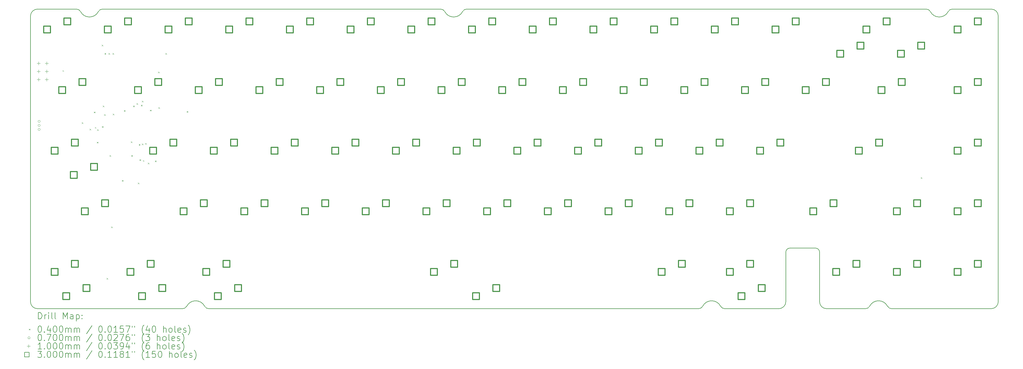
<source format=gbr>
%FSLAX45Y45*%
G04 Gerber Fmt 4.5, Leading zero omitted, Abs format (unit mm)*
G04 Created by KiCad (PCBNEW (6.0.0-0)) date 2022-07-22 22:21:09*
%MOMM*%
%LPD*%
G01*
G04 APERTURE LIST*
%TA.AperFunction,Profile*%
%ADD10C,0.200000*%
%TD*%
%ADD11C,0.200000*%
%ADD12C,0.040000*%
%ADD13C,0.070000*%
%ADD14C,0.100000*%
%ADD15C,0.300000*%
G04 APERTURE END LIST*
D10*
X1573193Y-80645D02*
G75*
G03*
X2131807Y-80645I279307J145645D01*
G01*
X225000Y0D02*
G75*
G03*
X0Y-225000I0J-225000D01*
G01*
X13003193Y-80645D02*
G75*
G03*
X12870189Y0I-133004J-69355D01*
G01*
X2264811Y0D02*
G75*
G03*
X2131807Y-80645I0J-150000D01*
G01*
X1440189Y0D02*
X225000Y0D01*
X30375000Y-9195000D02*
X30375000Y-225000D01*
X5465557Y-9339355D02*
G75*
G03*
X5598561Y-9420000I133003J69355D01*
G01*
X5465557Y-9339355D02*
G75*
G03*
X4906943Y-9339355I-279307J-145645D01*
G01*
X26896807Y-9339355D02*
G75*
G03*
X27029811Y-9420000I133003J69355D01*
G01*
X23832500Y-7515000D02*
X24640000Y-7515000D01*
X28110189Y0D02*
X13694810Y0D01*
X20966439Y-9420000D02*
X5598560Y-9420000D01*
X0Y-9195000D02*
X0Y-225000D01*
X28934810Y0D02*
G75*
G03*
X28801807Y-80645I0J-150000D01*
G01*
X4773939Y-9420000D02*
G75*
G03*
X4906943Y-9339355I0J150000D01*
G01*
X26205189Y-9420000D02*
G75*
G03*
X26338193Y-9339355I0J150000D01*
G01*
X23482500Y-9420000D02*
X21791061Y-9420000D01*
X30375000Y-225000D02*
G75*
G03*
X30150000Y0I-225000J0D01*
G01*
X24765000Y-7640000D02*
G75*
G03*
X24640000Y-7515000I-125000J0D01*
G01*
X26896807Y-9339355D02*
G75*
G03*
X26338193Y-9339355I-279307J-145645D01*
G01*
X30150000Y-9420000D02*
G75*
G03*
X30375000Y-9195000I0J225000D01*
G01*
X24765000Y-9195000D02*
G75*
G03*
X24990000Y-9420000I225000J0D01*
G01*
X20966439Y-9420000D02*
G75*
G03*
X21099443Y-9339355I0J150000D01*
G01*
X28243193Y-80645D02*
G75*
G03*
X28110189Y0I-133004J-69355D01*
G01*
X23832500Y-7515000D02*
G75*
G03*
X23707500Y-7640000I0J-125000D01*
G01*
X24765000Y-7640000D02*
X24765000Y-9195000D01*
X23482500Y-9420000D02*
G75*
G03*
X23707500Y-9195000I0J225000D01*
G01*
X26205189Y-9420000D02*
X24990000Y-9420000D01*
X23707500Y-7640000D02*
X23707500Y-9195000D01*
X13003193Y-80645D02*
G75*
G03*
X13561807Y-80645I279307J145645D01*
G01*
X1573193Y-80645D02*
G75*
G03*
X1440189Y0I-133004J-69355D01*
G01*
X30150000Y-9420000D02*
X27029810Y-9420000D01*
X4773939Y-9420000D02*
X225000Y-9420000D01*
X13694810Y0D02*
G75*
G03*
X13561807Y-80645I0J-150000D01*
G01*
X12870189Y0D02*
X2264811Y0D01*
X21658057Y-9339355D02*
G75*
G03*
X21099443Y-9339355I-279307J-145645D01*
G01*
X21658057Y-9339355D02*
G75*
G03*
X21791061Y-9420000I133003J69355D01*
G01*
X0Y-9195000D02*
G75*
G03*
X225000Y-9420000I225000J0D01*
G01*
X30150000Y0D02*
X28934810Y0D01*
X28243193Y-80645D02*
G75*
G03*
X28801807Y-80645I279307J145645D01*
G01*
D11*
D12*
X1005148Y-1923148D02*
X1045148Y-1963148D01*
X1045148Y-1923148D02*
X1005148Y-1963148D01*
X1610250Y-3561125D02*
X1650250Y-3601125D01*
X1650250Y-3561125D02*
X1610250Y-3601125D01*
X1854000Y-3764000D02*
X1894000Y-3804000D01*
X1894000Y-3764000D02*
X1854000Y-3804000D01*
X1990000Y-3226000D02*
X2030000Y-3266000D01*
X2030000Y-3226000D02*
X1990000Y-3266000D01*
X2022861Y-3708861D02*
X2062861Y-3748861D01*
X2062861Y-3708861D02*
X2022861Y-3748861D01*
X2085000Y-4175000D02*
X2125000Y-4215000D01*
X2125000Y-4175000D02*
X2085000Y-4215000D01*
X2095311Y-3783425D02*
X2135312Y-3823425D01*
X2135312Y-3783425D02*
X2095311Y-3823425D01*
X2240375Y-1124375D02*
X2280375Y-1164375D01*
X2280375Y-1124375D02*
X2240375Y-1164375D01*
X2245000Y-3683425D02*
X2285000Y-3723425D01*
X2285000Y-3683425D02*
X2245000Y-3723425D01*
X2269375Y-3036500D02*
X2309375Y-3076500D01*
X2309375Y-3036500D02*
X2269375Y-3076500D01*
X2315000Y-3305000D02*
X2355000Y-3345000D01*
X2355000Y-3305000D02*
X2315000Y-3345000D01*
X2326000Y-1382000D02*
X2366000Y-1422000D01*
X2366000Y-1382000D02*
X2326000Y-1422000D01*
X2388750Y-8453750D02*
X2428750Y-8493750D01*
X2428750Y-8453750D02*
X2388750Y-8493750D01*
X2451000Y-1382000D02*
X2491000Y-1422000D01*
X2491000Y-1382000D02*
X2451000Y-1422000D01*
X2485000Y-4595000D02*
X2525000Y-4635000D01*
X2525000Y-4595000D02*
X2485000Y-4635000D01*
X2535000Y-6835000D02*
X2575000Y-6875000D01*
X2575000Y-6835000D02*
X2535000Y-6875000D01*
X2576000Y-1382000D02*
X2616000Y-1422000D01*
X2616000Y-1382000D02*
X2576000Y-1422000D01*
X2585000Y-3290000D02*
X2625000Y-3330000D01*
X2625000Y-3290000D02*
X2585000Y-3330000D01*
X2874375Y-5377000D02*
X2914375Y-5417000D01*
X2914375Y-5377000D02*
X2874375Y-5417000D01*
X2936141Y-3181141D02*
X2976141Y-3221141D01*
X2976141Y-3181141D02*
X2936141Y-3221141D01*
X3155000Y-4160000D02*
X3195000Y-4200000D01*
X3195000Y-4160000D02*
X3155000Y-4200000D01*
X3164445Y-4595555D02*
X3204445Y-4635555D01*
X3204445Y-4595555D02*
X3164445Y-4635555D01*
X3225000Y-3035000D02*
X3265000Y-3075000D01*
X3265000Y-3035000D02*
X3225000Y-3075000D01*
X3327573Y-2957450D02*
X3367573Y-2997450D01*
X3367573Y-2957450D02*
X3327573Y-2997450D01*
X3374484Y-5455516D02*
X3414484Y-5495516D01*
X3414484Y-5455516D02*
X3374484Y-5495516D01*
X3402402Y-4245658D02*
X3442402Y-4285658D01*
X3442402Y-4245658D02*
X3402402Y-4285658D01*
X3420517Y-4724483D02*
X3460517Y-4764483D01*
X3460517Y-4724483D02*
X3420517Y-4764483D01*
X3470000Y-3011000D02*
X3510000Y-3051000D01*
X3510000Y-3011000D02*
X3470000Y-3051000D01*
X3500000Y-2885000D02*
X3540000Y-2925000D01*
X3540000Y-2885000D02*
X3500000Y-2925000D01*
X3500603Y-4227042D02*
X3540603Y-4267042D01*
X3540603Y-4227042D02*
X3500603Y-4267042D01*
X3528010Y-4750133D02*
X3568010Y-4790133D01*
X3568010Y-4750133D02*
X3528010Y-4790133D01*
X3603980Y-4213588D02*
X3643980Y-4253588D01*
X3643980Y-4213588D02*
X3603980Y-4253588D01*
X3685000Y-4830000D02*
X3725000Y-4870000D01*
X3725000Y-4830000D02*
X3685000Y-4870000D01*
X3752018Y-3167018D02*
X3792018Y-3207018D01*
X3792018Y-3167018D02*
X3752018Y-3207018D01*
X3910000Y-4760000D02*
X3950000Y-4800000D01*
X3950000Y-4760000D02*
X3910000Y-4800000D01*
X4007750Y-1968000D02*
X4047750Y-2008000D01*
X4047750Y-1968000D02*
X4007750Y-2008000D01*
X4017584Y-3087990D02*
X4057584Y-3127990D01*
X4057584Y-3087990D02*
X4017584Y-3127990D01*
X4235375Y-1382000D02*
X4275375Y-1422000D01*
X4275375Y-1382000D02*
X4235375Y-1422000D01*
X4904915Y-3208460D02*
X4944915Y-3248460D01*
X4944915Y-3208460D02*
X4904915Y-3248460D01*
X27945000Y-5285000D02*
X27985000Y-5325000D01*
X27985000Y-5285000D02*
X27945000Y-5325000D01*
D13*
X308000Y-3531000D02*
G75*
G03*
X308000Y-3531000I-35000J0D01*
G01*
X308000Y-3658000D02*
G75*
G03*
X308000Y-3658000I-35000J0D01*
G01*
X308000Y-3785000D02*
G75*
G03*
X308000Y-3785000I-35000J0D01*
G01*
D14*
X253500Y-1657500D02*
X253500Y-1757500D01*
X203500Y-1707500D02*
X303500Y-1707500D01*
X253500Y-1911500D02*
X253500Y-2011500D01*
X203500Y-1961500D02*
X303500Y-1961500D01*
X253500Y-2165500D02*
X253500Y-2265500D01*
X203500Y-2215500D02*
X303500Y-2215500D01*
X507500Y-1657500D02*
X507500Y-1757500D01*
X457500Y-1707500D02*
X557500Y-1707500D01*
X507500Y-1911500D02*
X507500Y-2011500D01*
X457500Y-1961500D02*
X557500Y-1961500D01*
X507500Y-2165500D02*
X507500Y-2265500D01*
X457500Y-2215500D02*
X557500Y-2215500D01*
D15*
X625067Y-752067D02*
X625067Y-539933D01*
X412933Y-539933D01*
X412933Y-752067D01*
X625067Y-752067D01*
X863192Y-4562067D02*
X863192Y-4349933D01*
X651058Y-4349933D01*
X651058Y-4562067D01*
X863192Y-4562067D01*
X863192Y-8372067D02*
X863192Y-8159933D01*
X651058Y-8159933D01*
X651058Y-8372067D01*
X863192Y-8372067D01*
X1101317Y-2657067D02*
X1101317Y-2444933D01*
X889183Y-2444933D01*
X889183Y-2657067D01*
X1101317Y-2657067D01*
X1228317Y-9134067D02*
X1228317Y-8921933D01*
X1016183Y-8921933D01*
X1016183Y-9134067D01*
X1228317Y-9134067D01*
X1260067Y-498067D02*
X1260067Y-285933D01*
X1047933Y-285933D01*
X1047933Y-498067D01*
X1260067Y-498067D01*
X1466442Y-5324067D02*
X1466442Y-5111933D01*
X1254308Y-5111933D01*
X1254308Y-5324067D01*
X1466442Y-5324067D01*
X1498192Y-4308067D02*
X1498192Y-4095933D01*
X1286058Y-4095933D01*
X1286058Y-4308067D01*
X1498192Y-4308067D01*
X1498192Y-8118067D02*
X1498192Y-7905933D01*
X1286058Y-7905933D01*
X1286058Y-8118067D01*
X1498192Y-8118067D01*
X1736317Y-2403067D02*
X1736317Y-2190933D01*
X1524183Y-2190933D01*
X1524183Y-2403067D01*
X1736317Y-2403067D01*
X1815692Y-6467067D02*
X1815692Y-6254933D01*
X1603558Y-6254933D01*
X1603558Y-6467067D01*
X1815692Y-6467067D01*
X1863317Y-8880067D02*
X1863317Y-8667933D01*
X1651183Y-8667933D01*
X1651183Y-8880067D01*
X1863317Y-8880067D01*
X2101442Y-5070067D02*
X2101442Y-4857933D01*
X1889308Y-4857933D01*
X1889308Y-5070067D01*
X2101442Y-5070067D01*
X2450692Y-6213067D02*
X2450692Y-6000933D01*
X2238558Y-6000933D01*
X2238558Y-6213067D01*
X2450692Y-6213067D01*
X2530067Y-752067D02*
X2530067Y-539933D01*
X2317933Y-539933D01*
X2317933Y-752067D01*
X2530067Y-752067D01*
X3165067Y-498067D02*
X3165067Y-285933D01*
X2952933Y-285933D01*
X2952933Y-498067D01*
X3165067Y-498067D01*
X3244442Y-8372067D02*
X3244442Y-8159933D01*
X3032308Y-8159933D01*
X3032308Y-8372067D01*
X3244442Y-8372067D01*
X3482567Y-2657067D02*
X3482567Y-2444933D01*
X3270433Y-2444933D01*
X3270433Y-2657067D01*
X3482567Y-2657067D01*
X3609567Y-9134067D02*
X3609567Y-8921933D01*
X3397433Y-8921933D01*
X3397433Y-9134067D01*
X3609567Y-9134067D01*
X3879442Y-8118067D02*
X3879442Y-7905933D01*
X3667308Y-7905933D01*
X3667308Y-8118067D01*
X3879442Y-8118067D01*
X3958817Y-4562067D02*
X3958817Y-4349933D01*
X3746683Y-4349933D01*
X3746683Y-4562067D01*
X3958817Y-4562067D01*
X4117567Y-2403067D02*
X4117567Y-2190933D01*
X3905433Y-2190933D01*
X3905433Y-2403067D01*
X4117567Y-2403067D01*
X4244567Y-8880067D02*
X4244567Y-8667933D01*
X4032433Y-8667933D01*
X4032433Y-8880067D01*
X4244567Y-8880067D01*
X4435067Y-752067D02*
X4435067Y-539933D01*
X4222933Y-539933D01*
X4222933Y-752067D01*
X4435067Y-752067D01*
X4593817Y-4308067D02*
X4593817Y-4095933D01*
X4381683Y-4095933D01*
X4381683Y-4308067D01*
X4593817Y-4308067D01*
X4911317Y-6467067D02*
X4911317Y-6254933D01*
X4699183Y-6254933D01*
X4699183Y-6467067D01*
X4911317Y-6467067D01*
X5070067Y-498067D02*
X5070067Y-285933D01*
X4857933Y-285933D01*
X4857933Y-498067D01*
X5070067Y-498067D01*
X5387567Y-2657067D02*
X5387567Y-2444933D01*
X5175433Y-2444933D01*
X5175433Y-2657067D01*
X5387567Y-2657067D01*
X5546317Y-6213067D02*
X5546317Y-6000933D01*
X5334183Y-6000933D01*
X5334183Y-6213067D01*
X5546317Y-6213067D01*
X5625692Y-8372067D02*
X5625692Y-8159933D01*
X5413558Y-8159933D01*
X5413558Y-8372067D01*
X5625692Y-8372067D01*
X5863817Y-4562067D02*
X5863817Y-4349933D01*
X5651683Y-4349933D01*
X5651683Y-4562067D01*
X5863817Y-4562067D01*
X5990817Y-9134067D02*
X5990817Y-8921933D01*
X5778683Y-8921933D01*
X5778683Y-9134067D01*
X5990817Y-9134067D01*
X6022567Y-2403067D02*
X6022567Y-2190933D01*
X5810433Y-2190933D01*
X5810433Y-2403067D01*
X6022567Y-2403067D01*
X6260692Y-8118067D02*
X6260692Y-7905933D01*
X6048558Y-7905933D01*
X6048558Y-8118067D01*
X6260692Y-8118067D01*
X6340067Y-752067D02*
X6340067Y-539933D01*
X6127933Y-539933D01*
X6127933Y-752067D01*
X6340067Y-752067D01*
X6498817Y-4308067D02*
X6498817Y-4095933D01*
X6286683Y-4095933D01*
X6286683Y-4308067D01*
X6498817Y-4308067D01*
X6625817Y-8880067D02*
X6625817Y-8667933D01*
X6413683Y-8667933D01*
X6413683Y-8880067D01*
X6625817Y-8880067D01*
X6816317Y-6467067D02*
X6816317Y-6254933D01*
X6604183Y-6254933D01*
X6604183Y-6467067D01*
X6816317Y-6467067D01*
X6975067Y-498067D02*
X6975067Y-285933D01*
X6762933Y-285933D01*
X6762933Y-498067D01*
X6975067Y-498067D01*
X7292567Y-2657067D02*
X7292567Y-2444933D01*
X7080433Y-2444933D01*
X7080433Y-2657067D01*
X7292567Y-2657067D01*
X7451317Y-6213067D02*
X7451317Y-6000933D01*
X7239183Y-6000933D01*
X7239183Y-6213067D01*
X7451317Y-6213067D01*
X7768817Y-4562067D02*
X7768817Y-4349933D01*
X7556683Y-4349933D01*
X7556683Y-4562067D01*
X7768817Y-4562067D01*
X7927567Y-2403067D02*
X7927567Y-2190933D01*
X7715433Y-2190933D01*
X7715433Y-2403067D01*
X7927567Y-2403067D01*
X8245067Y-752067D02*
X8245067Y-539933D01*
X8032933Y-539933D01*
X8032933Y-752067D01*
X8245067Y-752067D01*
X8403817Y-4308067D02*
X8403817Y-4095933D01*
X8191683Y-4095933D01*
X8191683Y-4308067D01*
X8403817Y-4308067D01*
X8721317Y-6467067D02*
X8721317Y-6254933D01*
X8509183Y-6254933D01*
X8509183Y-6467067D01*
X8721317Y-6467067D01*
X8880067Y-498067D02*
X8880067Y-285933D01*
X8667933Y-285933D01*
X8667933Y-498067D01*
X8880067Y-498067D01*
X9197567Y-2657067D02*
X9197567Y-2444933D01*
X8985433Y-2444933D01*
X8985433Y-2657067D01*
X9197567Y-2657067D01*
X9356317Y-6213067D02*
X9356317Y-6000933D01*
X9144183Y-6000933D01*
X9144183Y-6213067D01*
X9356317Y-6213067D01*
X9673817Y-4562067D02*
X9673817Y-4349933D01*
X9461683Y-4349933D01*
X9461683Y-4562067D01*
X9673817Y-4562067D01*
X9832567Y-2403067D02*
X9832567Y-2190933D01*
X9620433Y-2190933D01*
X9620433Y-2403067D01*
X9832567Y-2403067D01*
X10150067Y-752067D02*
X10150067Y-539933D01*
X9937933Y-539933D01*
X9937933Y-752067D01*
X10150067Y-752067D01*
X10308817Y-4308067D02*
X10308817Y-4095933D01*
X10096683Y-4095933D01*
X10096683Y-4308067D01*
X10308817Y-4308067D01*
X10626317Y-6467067D02*
X10626317Y-6254933D01*
X10414183Y-6254933D01*
X10414183Y-6467067D01*
X10626317Y-6467067D01*
X10785067Y-498067D02*
X10785067Y-285933D01*
X10572933Y-285933D01*
X10572933Y-498067D01*
X10785067Y-498067D01*
X11102567Y-2657067D02*
X11102567Y-2444933D01*
X10890433Y-2444933D01*
X10890433Y-2657067D01*
X11102567Y-2657067D01*
X11261317Y-6213067D02*
X11261317Y-6000933D01*
X11049183Y-6000933D01*
X11049183Y-6213067D01*
X11261317Y-6213067D01*
X11578817Y-4562067D02*
X11578817Y-4349933D01*
X11366683Y-4349933D01*
X11366683Y-4562067D01*
X11578817Y-4562067D01*
X11737567Y-2403067D02*
X11737567Y-2190933D01*
X11525433Y-2190933D01*
X11525433Y-2403067D01*
X11737567Y-2403067D01*
X12055067Y-752067D02*
X12055067Y-539933D01*
X11842933Y-539933D01*
X11842933Y-752067D01*
X12055067Y-752067D01*
X12213817Y-4308067D02*
X12213817Y-4095933D01*
X12001683Y-4095933D01*
X12001683Y-4308067D01*
X12213817Y-4308067D01*
X12531317Y-6467067D02*
X12531317Y-6254933D01*
X12319183Y-6254933D01*
X12319183Y-6467067D01*
X12531317Y-6467067D01*
X12690067Y-498067D02*
X12690067Y-285933D01*
X12477933Y-285933D01*
X12477933Y-498067D01*
X12690067Y-498067D01*
X12769442Y-8372067D02*
X12769442Y-8159933D01*
X12557308Y-8159933D01*
X12557308Y-8372067D01*
X12769442Y-8372067D01*
X13007567Y-2657067D02*
X13007567Y-2444933D01*
X12795433Y-2444933D01*
X12795433Y-2657067D01*
X13007567Y-2657067D01*
X13166317Y-6213067D02*
X13166317Y-6000933D01*
X12954183Y-6000933D01*
X12954183Y-6213067D01*
X13166317Y-6213067D01*
X13404442Y-8118067D02*
X13404442Y-7905933D01*
X13192308Y-7905933D01*
X13192308Y-8118067D01*
X13404442Y-8118067D01*
X13483817Y-4562067D02*
X13483817Y-4349933D01*
X13271683Y-4349933D01*
X13271683Y-4562067D01*
X13483817Y-4562067D01*
X13642567Y-2403067D02*
X13642567Y-2190933D01*
X13430433Y-2190933D01*
X13430433Y-2403067D01*
X13642567Y-2403067D01*
X13960067Y-752067D02*
X13960067Y-539933D01*
X13747933Y-539933D01*
X13747933Y-752067D01*
X13960067Y-752067D01*
X14087067Y-9134067D02*
X14087067Y-8921933D01*
X13874933Y-8921933D01*
X13874933Y-9134067D01*
X14087067Y-9134067D01*
X14118817Y-4308067D02*
X14118817Y-4095933D01*
X13906683Y-4095933D01*
X13906683Y-4308067D01*
X14118817Y-4308067D01*
X14436317Y-6467067D02*
X14436317Y-6254933D01*
X14224183Y-6254933D01*
X14224183Y-6467067D01*
X14436317Y-6467067D01*
X14595067Y-498067D02*
X14595067Y-285933D01*
X14382933Y-285933D01*
X14382933Y-498067D01*
X14595067Y-498067D01*
X14722067Y-8880067D02*
X14722067Y-8667933D01*
X14509933Y-8667933D01*
X14509933Y-8880067D01*
X14722067Y-8880067D01*
X14912567Y-2657067D02*
X14912567Y-2444933D01*
X14700433Y-2444933D01*
X14700433Y-2657067D01*
X14912567Y-2657067D01*
X15071317Y-6213067D02*
X15071317Y-6000933D01*
X14859183Y-6000933D01*
X14859183Y-6213067D01*
X15071317Y-6213067D01*
X15388817Y-4562067D02*
X15388817Y-4349933D01*
X15176683Y-4349933D01*
X15176683Y-4562067D01*
X15388817Y-4562067D01*
X15547567Y-2403067D02*
X15547567Y-2190933D01*
X15335433Y-2190933D01*
X15335433Y-2403067D01*
X15547567Y-2403067D01*
X15865067Y-752067D02*
X15865067Y-539933D01*
X15652933Y-539933D01*
X15652933Y-752067D01*
X15865067Y-752067D01*
X16023817Y-4308067D02*
X16023817Y-4095933D01*
X15811683Y-4095933D01*
X15811683Y-4308067D01*
X16023817Y-4308067D01*
X16341317Y-6467067D02*
X16341317Y-6254933D01*
X16129183Y-6254933D01*
X16129183Y-6467067D01*
X16341317Y-6467067D01*
X16500067Y-498067D02*
X16500067Y-285933D01*
X16287933Y-285933D01*
X16287933Y-498067D01*
X16500067Y-498067D01*
X16817567Y-2657067D02*
X16817567Y-2444933D01*
X16605433Y-2444933D01*
X16605433Y-2657067D01*
X16817567Y-2657067D01*
X16976317Y-6213067D02*
X16976317Y-6000933D01*
X16764183Y-6000933D01*
X16764183Y-6213067D01*
X16976317Y-6213067D01*
X17293817Y-4562067D02*
X17293817Y-4349933D01*
X17081683Y-4349933D01*
X17081683Y-4562067D01*
X17293817Y-4562067D01*
X17452567Y-2403067D02*
X17452567Y-2190933D01*
X17240433Y-2190933D01*
X17240433Y-2403067D01*
X17452567Y-2403067D01*
X17770067Y-752067D02*
X17770067Y-539933D01*
X17557933Y-539933D01*
X17557933Y-752067D01*
X17770067Y-752067D01*
X17928817Y-4308067D02*
X17928817Y-4095933D01*
X17716683Y-4095933D01*
X17716683Y-4308067D01*
X17928817Y-4308067D01*
X18246317Y-6467067D02*
X18246317Y-6254933D01*
X18034183Y-6254933D01*
X18034183Y-6467067D01*
X18246317Y-6467067D01*
X18405067Y-498067D02*
X18405067Y-285933D01*
X18192933Y-285933D01*
X18192933Y-498067D01*
X18405067Y-498067D01*
X18722567Y-2657067D02*
X18722567Y-2444933D01*
X18510433Y-2444933D01*
X18510433Y-2657067D01*
X18722567Y-2657067D01*
X18881317Y-6213067D02*
X18881317Y-6000933D01*
X18669183Y-6000933D01*
X18669183Y-6213067D01*
X18881317Y-6213067D01*
X19198817Y-4562067D02*
X19198817Y-4349933D01*
X18986683Y-4349933D01*
X18986683Y-4562067D01*
X19198817Y-4562067D01*
X19357567Y-2403067D02*
X19357567Y-2190933D01*
X19145433Y-2190933D01*
X19145433Y-2403067D01*
X19357567Y-2403067D01*
X19675067Y-752067D02*
X19675067Y-539933D01*
X19462933Y-539933D01*
X19462933Y-752067D01*
X19675067Y-752067D01*
X19833817Y-4308067D02*
X19833817Y-4095933D01*
X19621683Y-4095933D01*
X19621683Y-4308067D01*
X19833817Y-4308067D01*
X19913192Y-8372067D02*
X19913192Y-8159933D01*
X19701058Y-8159933D01*
X19701058Y-8372067D01*
X19913192Y-8372067D01*
X20151317Y-6467067D02*
X20151317Y-6254933D01*
X19939183Y-6254933D01*
X19939183Y-6467067D01*
X20151317Y-6467067D01*
X20310067Y-498067D02*
X20310067Y-285933D01*
X20097933Y-285933D01*
X20097933Y-498067D01*
X20310067Y-498067D01*
X20548192Y-8118067D02*
X20548192Y-7905933D01*
X20336058Y-7905933D01*
X20336058Y-8118067D01*
X20548192Y-8118067D01*
X20627567Y-2657067D02*
X20627567Y-2444933D01*
X20415433Y-2444933D01*
X20415433Y-2657067D01*
X20627567Y-2657067D01*
X20786317Y-6213067D02*
X20786317Y-6000933D01*
X20574183Y-6000933D01*
X20574183Y-6213067D01*
X20786317Y-6213067D01*
X21103817Y-4562067D02*
X21103817Y-4349933D01*
X20891683Y-4349933D01*
X20891683Y-4562067D01*
X21103817Y-4562067D01*
X21262567Y-2403067D02*
X21262567Y-2190933D01*
X21050433Y-2190933D01*
X21050433Y-2403067D01*
X21262567Y-2403067D01*
X21580067Y-752067D02*
X21580067Y-539933D01*
X21367933Y-539933D01*
X21367933Y-752067D01*
X21580067Y-752067D01*
X21738817Y-4308067D02*
X21738817Y-4095933D01*
X21526683Y-4095933D01*
X21526683Y-4308067D01*
X21738817Y-4308067D01*
X22056317Y-6467067D02*
X22056317Y-6254933D01*
X21844183Y-6254933D01*
X21844183Y-6467067D01*
X22056317Y-6467067D01*
X22056317Y-8372067D02*
X22056317Y-8159933D01*
X21844183Y-8159933D01*
X21844183Y-8372067D01*
X22056317Y-8372067D01*
X22215067Y-498067D02*
X22215067Y-285933D01*
X22002933Y-285933D01*
X22002933Y-498067D01*
X22215067Y-498067D01*
X22421442Y-9134067D02*
X22421442Y-8921933D01*
X22209308Y-8921933D01*
X22209308Y-9134067D01*
X22421442Y-9134067D01*
X22532567Y-2657067D02*
X22532567Y-2444933D01*
X22320433Y-2444933D01*
X22320433Y-2657067D01*
X22532567Y-2657067D01*
X22691317Y-6213067D02*
X22691317Y-6000933D01*
X22479183Y-6000933D01*
X22479183Y-6213067D01*
X22691317Y-6213067D01*
X22691317Y-8118067D02*
X22691317Y-7905933D01*
X22479183Y-7905933D01*
X22479183Y-8118067D01*
X22691317Y-8118067D01*
X23008817Y-4562067D02*
X23008817Y-4349933D01*
X22796683Y-4349933D01*
X22796683Y-4562067D01*
X23008817Y-4562067D01*
X23056442Y-8880067D02*
X23056442Y-8667933D01*
X22844308Y-8667933D01*
X22844308Y-8880067D01*
X23056442Y-8880067D01*
X23167567Y-2403067D02*
X23167567Y-2190933D01*
X22955433Y-2190933D01*
X22955433Y-2403067D01*
X23167567Y-2403067D01*
X23485067Y-752067D02*
X23485067Y-539933D01*
X23272933Y-539933D01*
X23272933Y-752067D01*
X23485067Y-752067D01*
X23643817Y-4308067D02*
X23643817Y-4095933D01*
X23431683Y-4095933D01*
X23431683Y-4308067D01*
X23643817Y-4308067D01*
X24120067Y-498067D02*
X24120067Y-285933D01*
X23907933Y-285933D01*
X23907933Y-498067D01*
X24120067Y-498067D01*
X24437567Y-2657067D02*
X24437567Y-2444933D01*
X24225433Y-2444933D01*
X24225433Y-2657067D01*
X24437567Y-2657067D01*
X24675692Y-6467067D02*
X24675692Y-6254933D01*
X24463558Y-6254933D01*
X24463558Y-6467067D01*
X24675692Y-6467067D01*
X25072567Y-2403067D02*
X25072567Y-2190933D01*
X24860433Y-2190933D01*
X24860433Y-2403067D01*
X25072567Y-2403067D01*
X25310692Y-6213067D02*
X25310692Y-6000933D01*
X25098558Y-6000933D01*
X25098558Y-6213067D01*
X25310692Y-6213067D01*
X25390067Y-8372067D02*
X25390067Y-8159933D01*
X25177933Y-8159933D01*
X25177933Y-8372067D01*
X25390067Y-8372067D01*
X25517067Y-1514067D02*
X25517067Y-1301933D01*
X25304933Y-1301933D01*
X25304933Y-1514067D01*
X25517067Y-1514067D01*
X26025067Y-8118067D02*
X26025067Y-7905933D01*
X25812933Y-7905933D01*
X25812933Y-8118067D01*
X26025067Y-8118067D01*
X26104442Y-4562067D02*
X26104442Y-4349933D01*
X25892308Y-4349933D01*
X25892308Y-4562067D01*
X26104442Y-4562067D01*
X26152067Y-1260067D02*
X26152067Y-1047933D01*
X25939933Y-1047933D01*
X25939933Y-1260067D01*
X26152067Y-1260067D01*
X26342567Y-752067D02*
X26342567Y-539933D01*
X26130433Y-539933D01*
X26130433Y-752067D01*
X26342567Y-752067D01*
X26739442Y-4308067D02*
X26739442Y-4095933D01*
X26527308Y-4095933D01*
X26527308Y-4308067D01*
X26739442Y-4308067D01*
X26818817Y-2657067D02*
X26818817Y-2444933D01*
X26606683Y-2444933D01*
X26606683Y-2657067D01*
X26818817Y-2657067D01*
X26977567Y-498067D02*
X26977567Y-285933D01*
X26765433Y-285933D01*
X26765433Y-498067D01*
X26977567Y-498067D01*
X27295067Y-6467067D02*
X27295067Y-6254933D01*
X27082933Y-6254933D01*
X27082933Y-6467067D01*
X27295067Y-6467067D01*
X27295067Y-8372067D02*
X27295067Y-8159933D01*
X27082933Y-8159933D01*
X27082933Y-8372067D01*
X27295067Y-8372067D01*
X27422067Y-1514067D02*
X27422067Y-1301933D01*
X27209933Y-1301933D01*
X27209933Y-1514067D01*
X27422067Y-1514067D01*
X27453817Y-2403067D02*
X27453817Y-2190933D01*
X27241683Y-2190933D01*
X27241683Y-2403067D01*
X27453817Y-2403067D01*
X27930067Y-6213067D02*
X27930067Y-6000933D01*
X27717933Y-6000933D01*
X27717933Y-6213067D01*
X27930067Y-6213067D01*
X27930067Y-8118067D02*
X27930067Y-7905933D01*
X27717933Y-7905933D01*
X27717933Y-8118067D01*
X27930067Y-8118067D01*
X28057067Y-1260067D02*
X28057067Y-1047933D01*
X27844933Y-1047933D01*
X27844933Y-1260067D01*
X28057067Y-1260067D01*
X29200067Y-752067D02*
X29200067Y-539933D01*
X28987933Y-539933D01*
X28987933Y-752067D01*
X29200067Y-752067D01*
X29200067Y-2657067D02*
X29200067Y-2444933D01*
X28987933Y-2444933D01*
X28987933Y-2657067D01*
X29200067Y-2657067D01*
X29200067Y-4562067D02*
X29200067Y-4349933D01*
X28987933Y-4349933D01*
X28987933Y-4562067D01*
X29200067Y-4562067D01*
X29200067Y-6467067D02*
X29200067Y-6254933D01*
X28987933Y-6254933D01*
X28987933Y-6467067D01*
X29200067Y-6467067D01*
X29200067Y-8372067D02*
X29200067Y-8159933D01*
X28987933Y-8159933D01*
X28987933Y-8372067D01*
X29200067Y-8372067D01*
X29835067Y-498067D02*
X29835067Y-285933D01*
X29622933Y-285933D01*
X29622933Y-498067D01*
X29835067Y-498067D01*
X29835067Y-2403067D02*
X29835067Y-2190933D01*
X29622933Y-2190933D01*
X29622933Y-2403067D01*
X29835067Y-2403067D01*
X29835067Y-4308067D02*
X29835067Y-4095933D01*
X29622933Y-4095933D01*
X29622933Y-4308067D01*
X29835067Y-4308067D01*
X29835067Y-6213067D02*
X29835067Y-6000933D01*
X29622933Y-6000933D01*
X29622933Y-6213067D01*
X29835067Y-6213067D01*
X29835067Y-8118067D02*
X29835067Y-7905933D01*
X29622933Y-7905933D01*
X29622933Y-8118067D01*
X29835067Y-8118067D01*
D11*
X247619Y-9740476D02*
X247619Y-9540476D01*
X295238Y-9540476D01*
X323810Y-9550000D01*
X342857Y-9569048D01*
X352381Y-9588095D01*
X361905Y-9626190D01*
X361905Y-9654762D01*
X352381Y-9692857D01*
X342857Y-9711905D01*
X323810Y-9730952D01*
X295238Y-9740476D01*
X247619Y-9740476D01*
X447619Y-9740476D02*
X447619Y-9607143D01*
X447619Y-9645238D02*
X457143Y-9626190D01*
X466667Y-9616667D01*
X485714Y-9607143D01*
X504762Y-9607143D01*
X571429Y-9740476D02*
X571429Y-9607143D01*
X571429Y-9540476D02*
X561905Y-9550000D01*
X571429Y-9559524D01*
X580952Y-9550000D01*
X571429Y-9540476D01*
X571429Y-9559524D01*
X695238Y-9740476D02*
X676190Y-9730952D01*
X666667Y-9711905D01*
X666667Y-9540476D01*
X800000Y-9740476D02*
X780952Y-9730952D01*
X771428Y-9711905D01*
X771428Y-9540476D01*
X1028571Y-9740476D02*
X1028571Y-9540476D01*
X1095238Y-9683333D01*
X1161905Y-9540476D01*
X1161905Y-9740476D01*
X1342857Y-9740476D02*
X1342857Y-9635714D01*
X1333333Y-9616667D01*
X1314286Y-9607143D01*
X1276190Y-9607143D01*
X1257143Y-9616667D01*
X1342857Y-9730952D02*
X1323810Y-9740476D01*
X1276190Y-9740476D01*
X1257143Y-9730952D01*
X1247619Y-9711905D01*
X1247619Y-9692857D01*
X1257143Y-9673810D01*
X1276190Y-9664286D01*
X1323810Y-9664286D01*
X1342857Y-9654762D01*
X1438095Y-9607143D02*
X1438095Y-9807143D01*
X1438095Y-9616667D02*
X1457143Y-9607143D01*
X1495238Y-9607143D01*
X1514286Y-9616667D01*
X1523809Y-9626190D01*
X1533333Y-9645238D01*
X1533333Y-9702381D01*
X1523809Y-9721429D01*
X1514286Y-9730952D01*
X1495238Y-9740476D01*
X1457143Y-9740476D01*
X1438095Y-9730952D01*
X1619048Y-9721429D02*
X1628571Y-9730952D01*
X1619048Y-9740476D01*
X1609524Y-9730952D01*
X1619048Y-9721429D01*
X1619048Y-9740476D01*
X1619048Y-9616667D02*
X1628571Y-9626190D01*
X1619048Y-9635714D01*
X1609524Y-9626190D01*
X1619048Y-9616667D01*
X1619048Y-9635714D01*
D12*
X-50000Y-10050000D02*
X-10000Y-10090000D01*
X-10000Y-10050000D02*
X-50000Y-10090000D01*
D11*
X285714Y-9960476D02*
X304762Y-9960476D01*
X323810Y-9970000D01*
X333333Y-9979524D01*
X342857Y-9998571D01*
X352381Y-10036667D01*
X352381Y-10084286D01*
X342857Y-10122381D01*
X333333Y-10141429D01*
X323810Y-10150952D01*
X304762Y-10160476D01*
X285714Y-10160476D01*
X266667Y-10150952D01*
X257143Y-10141429D01*
X247619Y-10122381D01*
X238095Y-10084286D01*
X238095Y-10036667D01*
X247619Y-9998571D01*
X257143Y-9979524D01*
X266667Y-9970000D01*
X285714Y-9960476D01*
X438095Y-10141429D02*
X447619Y-10150952D01*
X438095Y-10160476D01*
X428571Y-10150952D01*
X438095Y-10141429D01*
X438095Y-10160476D01*
X619048Y-10027143D02*
X619048Y-10160476D01*
X571429Y-9950952D02*
X523809Y-10093810D01*
X647619Y-10093810D01*
X761905Y-9960476D02*
X780952Y-9960476D01*
X800000Y-9970000D01*
X809524Y-9979524D01*
X819048Y-9998571D01*
X828571Y-10036667D01*
X828571Y-10084286D01*
X819048Y-10122381D01*
X809524Y-10141429D01*
X800000Y-10150952D01*
X780952Y-10160476D01*
X761905Y-10160476D01*
X742857Y-10150952D01*
X733333Y-10141429D01*
X723809Y-10122381D01*
X714286Y-10084286D01*
X714286Y-10036667D01*
X723809Y-9998571D01*
X733333Y-9979524D01*
X742857Y-9970000D01*
X761905Y-9960476D01*
X952381Y-9960476D02*
X971428Y-9960476D01*
X990476Y-9970000D01*
X1000000Y-9979524D01*
X1009524Y-9998571D01*
X1019048Y-10036667D01*
X1019048Y-10084286D01*
X1009524Y-10122381D01*
X1000000Y-10141429D01*
X990476Y-10150952D01*
X971428Y-10160476D01*
X952381Y-10160476D01*
X933333Y-10150952D01*
X923809Y-10141429D01*
X914286Y-10122381D01*
X904762Y-10084286D01*
X904762Y-10036667D01*
X914286Y-9998571D01*
X923809Y-9979524D01*
X933333Y-9970000D01*
X952381Y-9960476D01*
X1104762Y-10160476D02*
X1104762Y-10027143D01*
X1104762Y-10046190D02*
X1114286Y-10036667D01*
X1133333Y-10027143D01*
X1161905Y-10027143D01*
X1180952Y-10036667D01*
X1190476Y-10055714D01*
X1190476Y-10160476D01*
X1190476Y-10055714D02*
X1200000Y-10036667D01*
X1219048Y-10027143D01*
X1247619Y-10027143D01*
X1266667Y-10036667D01*
X1276190Y-10055714D01*
X1276190Y-10160476D01*
X1371429Y-10160476D02*
X1371429Y-10027143D01*
X1371429Y-10046190D02*
X1380952Y-10036667D01*
X1400000Y-10027143D01*
X1428571Y-10027143D01*
X1447619Y-10036667D01*
X1457143Y-10055714D01*
X1457143Y-10160476D01*
X1457143Y-10055714D02*
X1466667Y-10036667D01*
X1485714Y-10027143D01*
X1514286Y-10027143D01*
X1533333Y-10036667D01*
X1542857Y-10055714D01*
X1542857Y-10160476D01*
X1933333Y-9950952D02*
X1761905Y-10208095D01*
X2190476Y-9960476D02*
X2209524Y-9960476D01*
X2228571Y-9970000D01*
X2238095Y-9979524D01*
X2247619Y-9998571D01*
X2257143Y-10036667D01*
X2257143Y-10084286D01*
X2247619Y-10122381D01*
X2238095Y-10141429D01*
X2228571Y-10150952D01*
X2209524Y-10160476D01*
X2190476Y-10160476D01*
X2171429Y-10150952D01*
X2161905Y-10141429D01*
X2152381Y-10122381D01*
X2142857Y-10084286D01*
X2142857Y-10036667D01*
X2152381Y-9998571D01*
X2161905Y-9979524D01*
X2171429Y-9970000D01*
X2190476Y-9960476D01*
X2342857Y-10141429D02*
X2352381Y-10150952D01*
X2342857Y-10160476D01*
X2333333Y-10150952D01*
X2342857Y-10141429D01*
X2342857Y-10160476D01*
X2476190Y-9960476D02*
X2495238Y-9960476D01*
X2514286Y-9970000D01*
X2523810Y-9979524D01*
X2533333Y-9998571D01*
X2542857Y-10036667D01*
X2542857Y-10084286D01*
X2533333Y-10122381D01*
X2523810Y-10141429D01*
X2514286Y-10150952D01*
X2495238Y-10160476D01*
X2476190Y-10160476D01*
X2457143Y-10150952D01*
X2447619Y-10141429D01*
X2438095Y-10122381D01*
X2428571Y-10084286D01*
X2428571Y-10036667D01*
X2438095Y-9998571D01*
X2447619Y-9979524D01*
X2457143Y-9970000D01*
X2476190Y-9960476D01*
X2733333Y-10160476D02*
X2619048Y-10160476D01*
X2676190Y-10160476D02*
X2676190Y-9960476D01*
X2657143Y-9989048D01*
X2638095Y-10008095D01*
X2619048Y-10017619D01*
X2914286Y-9960476D02*
X2819048Y-9960476D01*
X2809524Y-10055714D01*
X2819048Y-10046190D01*
X2838095Y-10036667D01*
X2885714Y-10036667D01*
X2904762Y-10046190D01*
X2914286Y-10055714D01*
X2923809Y-10074762D01*
X2923809Y-10122381D01*
X2914286Y-10141429D01*
X2904762Y-10150952D01*
X2885714Y-10160476D01*
X2838095Y-10160476D01*
X2819048Y-10150952D01*
X2809524Y-10141429D01*
X2990476Y-9960476D02*
X3123809Y-9960476D01*
X3038095Y-10160476D01*
X3190476Y-9960476D02*
X3190476Y-9998571D01*
X3266667Y-9960476D02*
X3266667Y-9998571D01*
X3561905Y-10236667D02*
X3552381Y-10227143D01*
X3533333Y-10198571D01*
X3523809Y-10179524D01*
X3514286Y-10150952D01*
X3504762Y-10103333D01*
X3504762Y-10065238D01*
X3514286Y-10017619D01*
X3523809Y-9989048D01*
X3533333Y-9970000D01*
X3552381Y-9941429D01*
X3561905Y-9931905D01*
X3723809Y-10027143D02*
X3723809Y-10160476D01*
X3676190Y-9950952D02*
X3628571Y-10093810D01*
X3752381Y-10093810D01*
X3866667Y-9960476D02*
X3885714Y-9960476D01*
X3904762Y-9970000D01*
X3914286Y-9979524D01*
X3923809Y-9998571D01*
X3933333Y-10036667D01*
X3933333Y-10084286D01*
X3923809Y-10122381D01*
X3914286Y-10141429D01*
X3904762Y-10150952D01*
X3885714Y-10160476D01*
X3866667Y-10160476D01*
X3847619Y-10150952D01*
X3838095Y-10141429D01*
X3828571Y-10122381D01*
X3819048Y-10084286D01*
X3819048Y-10036667D01*
X3828571Y-9998571D01*
X3838095Y-9979524D01*
X3847619Y-9970000D01*
X3866667Y-9960476D01*
X4171428Y-10160476D02*
X4171428Y-9960476D01*
X4257143Y-10160476D02*
X4257143Y-10055714D01*
X4247619Y-10036667D01*
X4228571Y-10027143D01*
X4200000Y-10027143D01*
X4180952Y-10036667D01*
X4171428Y-10046190D01*
X4380952Y-10160476D02*
X4361905Y-10150952D01*
X4352381Y-10141429D01*
X4342857Y-10122381D01*
X4342857Y-10065238D01*
X4352381Y-10046190D01*
X4361905Y-10036667D01*
X4380952Y-10027143D01*
X4409524Y-10027143D01*
X4428571Y-10036667D01*
X4438095Y-10046190D01*
X4447619Y-10065238D01*
X4447619Y-10122381D01*
X4438095Y-10141429D01*
X4428571Y-10150952D01*
X4409524Y-10160476D01*
X4380952Y-10160476D01*
X4561905Y-10160476D02*
X4542857Y-10150952D01*
X4533333Y-10131905D01*
X4533333Y-9960476D01*
X4714286Y-10150952D02*
X4695238Y-10160476D01*
X4657143Y-10160476D01*
X4638095Y-10150952D01*
X4628571Y-10131905D01*
X4628571Y-10055714D01*
X4638095Y-10036667D01*
X4657143Y-10027143D01*
X4695238Y-10027143D01*
X4714286Y-10036667D01*
X4723810Y-10055714D01*
X4723810Y-10074762D01*
X4628571Y-10093810D01*
X4800000Y-10150952D02*
X4819048Y-10160476D01*
X4857143Y-10160476D01*
X4876190Y-10150952D01*
X4885714Y-10131905D01*
X4885714Y-10122381D01*
X4876190Y-10103333D01*
X4857143Y-10093810D01*
X4828571Y-10093810D01*
X4809524Y-10084286D01*
X4800000Y-10065238D01*
X4800000Y-10055714D01*
X4809524Y-10036667D01*
X4828571Y-10027143D01*
X4857143Y-10027143D01*
X4876190Y-10036667D01*
X4952381Y-10236667D02*
X4961905Y-10227143D01*
X4980952Y-10198571D01*
X4990476Y-10179524D01*
X5000000Y-10150952D01*
X5009524Y-10103333D01*
X5009524Y-10065238D01*
X5000000Y-10017619D01*
X4990476Y-9989048D01*
X4980952Y-9970000D01*
X4961905Y-9941429D01*
X4952381Y-9931905D01*
D13*
X-10000Y-10334000D02*
G75*
G03*
X-10000Y-10334000I-35000J0D01*
G01*
D11*
X285714Y-10224476D02*
X304762Y-10224476D01*
X323810Y-10234000D01*
X333333Y-10243524D01*
X342857Y-10262571D01*
X352381Y-10300667D01*
X352381Y-10348286D01*
X342857Y-10386381D01*
X333333Y-10405429D01*
X323810Y-10414952D01*
X304762Y-10424476D01*
X285714Y-10424476D01*
X266667Y-10414952D01*
X257143Y-10405429D01*
X247619Y-10386381D01*
X238095Y-10348286D01*
X238095Y-10300667D01*
X247619Y-10262571D01*
X257143Y-10243524D01*
X266667Y-10234000D01*
X285714Y-10224476D01*
X438095Y-10405429D02*
X447619Y-10414952D01*
X438095Y-10424476D01*
X428571Y-10414952D01*
X438095Y-10405429D01*
X438095Y-10424476D01*
X514286Y-10224476D02*
X647619Y-10224476D01*
X561905Y-10424476D01*
X761905Y-10224476D02*
X780952Y-10224476D01*
X800000Y-10234000D01*
X809524Y-10243524D01*
X819048Y-10262571D01*
X828571Y-10300667D01*
X828571Y-10348286D01*
X819048Y-10386381D01*
X809524Y-10405429D01*
X800000Y-10414952D01*
X780952Y-10424476D01*
X761905Y-10424476D01*
X742857Y-10414952D01*
X733333Y-10405429D01*
X723809Y-10386381D01*
X714286Y-10348286D01*
X714286Y-10300667D01*
X723809Y-10262571D01*
X733333Y-10243524D01*
X742857Y-10234000D01*
X761905Y-10224476D01*
X952381Y-10224476D02*
X971428Y-10224476D01*
X990476Y-10234000D01*
X1000000Y-10243524D01*
X1009524Y-10262571D01*
X1019048Y-10300667D01*
X1019048Y-10348286D01*
X1009524Y-10386381D01*
X1000000Y-10405429D01*
X990476Y-10414952D01*
X971428Y-10424476D01*
X952381Y-10424476D01*
X933333Y-10414952D01*
X923809Y-10405429D01*
X914286Y-10386381D01*
X904762Y-10348286D01*
X904762Y-10300667D01*
X914286Y-10262571D01*
X923809Y-10243524D01*
X933333Y-10234000D01*
X952381Y-10224476D01*
X1104762Y-10424476D02*
X1104762Y-10291143D01*
X1104762Y-10310190D02*
X1114286Y-10300667D01*
X1133333Y-10291143D01*
X1161905Y-10291143D01*
X1180952Y-10300667D01*
X1190476Y-10319714D01*
X1190476Y-10424476D01*
X1190476Y-10319714D02*
X1200000Y-10300667D01*
X1219048Y-10291143D01*
X1247619Y-10291143D01*
X1266667Y-10300667D01*
X1276190Y-10319714D01*
X1276190Y-10424476D01*
X1371429Y-10424476D02*
X1371429Y-10291143D01*
X1371429Y-10310190D02*
X1380952Y-10300667D01*
X1400000Y-10291143D01*
X1428571Y-10291143D01*
X1447619Y-10300667D01*
X1457143Y-10319714D01*
X1457143Y-10424476D01*
X1457143Y-10319714D02*
X1466667Y-10300667D01*
X1485714Y-10291143D01*
X1514286Y-10291143D01*
X1533333Y-10300667D01*
X1542857Y-10319714D01*
X1542857Y-10424476D01*
X1933333Y-10214952D02*
X1761905Y-10472095D01*
X2190476Y-10224476D02*
X2209524Y-10224476D01*
X2228571Y-10234000D01*
X2238095Y-10243524D01*
X2247619Y-10262571D01*
X2257143Y-10300667D01*
X2257143Y-10348286D01*
X2247619Y-10386381D01*
X2238095Y-10405429D01*
X2228571Y-10414952D01*
X2209524Y-10424476D01*
X2190476Y-10424476D01*
X2171429Y-10414952D01*
X2161905Y-10405429D01*
X2152381Y-10386381D01*
X2142857Y-10348286D01*
X2142857Y-10300667D01*
X2152381Y-10262571D01*
X2161905Y-10243524D01*
X2171429Y-10234000D01*
X2190476Y-10224476D01*
X2342857Y-10405429D02*
X2352381Y-10414952D01*
X2342857Y-10424476D01*
X2333333Y-10414952D01*
X2342857Y-10405429D01*
X2342857Y-10424476D01*
X2476190Y-10224476D02*
X2495238Y-10224476D01*
X2514286Y-10234000D01*
X2523810Y-10243524D01*
X2533333Y-10262571D01*
X2542857Y-10300667D01*
X2542857Y-10348286D01*
X2533333Y-10386381D01*
X2523810Y-10405429D01*
X2514286Y-10414952D01*
X2495238Y-10424476D01*
X2476190Y-10424476D01*
X2457143Y-10414952D01*
X2447619Y-10405429D01*
X2438095Y-10386381D01*
X2428571Y-10348286D01*
X2428571Y-10300667D01*
X2438095Y-10262571D01*
X2447619Y-10243524D01*
X2457143Y-10234000D01*
X2476190Y-10224476D01*
X2619048Y-10243524D02*
X2628571Y-10234000D01*
X2647619Y-10224476D01*
X2695238Y-10224476D01*
X2714286Y-10234000D01*
X2723810Y-10243524D01*
X2733333Y-10262571D01*
X2733333Y-10281619D01*
X2723810Y-10310190D01*
X2609524Y-10424476D01*
X2733333Y-10424476D01*
X2800000Y-10224476D02*
X2933333Y-10224476D01*
X2847619Y-10424476D01*
X3095238Y-10224476D02*
X3057143Y-10224476D01*
X3038095Y-10234000D01*
X3028571Y-10243524D01*
X3009524Y-10272095D01*
X3000000Y-10310190D01*
X3000000Y-10386381D01*
X3009524Y-10405429D01*
X3019048Y-10414952D01*
X3038095Y-10424476D01*
X3076190Y-10424476D01*
X3095238Y-10414952D01*
X3104762Y-10405429D01*
X3114286Y-10386381D01*
X3114286Y-10338762D01*
X3104762Y-10319714D01*
X3095238Y-10310190D01*
X3076190Y-10300667D01*
X3038095Y-10300667D01*
X3019048Y-10310190D01*
X3009524Y-10319714D01*
X3000000Y-10338762D01*
X3190476Y-10224476D02*
X3190476Y-10262571D01*
X3266667Y-10224476D02*
X3266667Y-10262571D01*
X3561905Y-10500667D02*
X3552381Y-10491143D01*
X3533333Y-10462571D01*
X3523809Y-10443524D01*
X3514286Y-10414952D01*
X3504762Y-10367333D01*
X3504762Y-10329238D01*
X3514286Y-10281619D01*
X3523809Y-10253048D01*
X3533333Y-10234000D01*
X3552381Y-10205429D01*
X3561905Y-10195905D01*
X3619048Y-10224476D02*
X3742857Y-10224476D01*
X3676190Y-10300667D01*
X3704762Y-10300667D01*
X3723809Y-10310190D01*
X3733333Y-10319714D01*
X3742857Y-10338762D01*
X3742857Y-10386381D01*
X3733333Y-10405429D01*
X3723809Y-10414952D01*
X3704762Y-10424476D01*
X3647619Y-10424476D01*
X3628571Y-10414952D01*
X3619048Y-10405429D01*
X3980952Y-10424476D02*
X3980952Y-10224476D01*
X4066667Y-10424476D02*
X4066667Y-10319714D01*
X4057143Y-10300667D01*
X4038095Y-10291143D01*
X4009524Y-10291143D01*
X3990476Y-10300667D01*
X3980952Y-10310190D01*
X4190476Y-10424476D02*
X4171428Y-10414952D01*
X4161905Y-10405429D01*
X4152381Y-10386381D01*
X4152381Y-10329238D01*
X4161905Y-10310190D01*
X4171428Y-10300667D01*
X4190476Y-10291143D01*
X4219048Y-10291143D01*
X4238095Y-10300667D01*
X4247619Y-10310190D01*
X4257143Y-10329238D01*
X4257143Y-10386381D01*
X4247619Y-10405429D01*
X4238095Y-10414952D01*
X4219048Y-10424476D01*
X4190476Y-10424476D01*
X4371429Y-10424476D02*
X4352381Y-10414952D01*
X4342857Y-10395905D01*
X4342857Y-10224476D01*
X4523810Y-10414952D02*
X4504762Y-10424476D01*
X4466667Y-10424476D01*
X4447619Y-10414952D01*
X4438095Y-10395905D01*
X4438095Y-10319714D01*
X4447619Y-10300667D01*
X4466667Y-10291143D01*
X4504762Y-10291143D01*
X4523810Y-10300667D01*
X4533333Y-10319714D01*
X4533333Y-10338762D01*
X4438095Y-10357810D01*
X4609524Y-10414952D02*
X4628571Y-10424476D01*
X4666667Y-10424476D01*
X4685714Y-10414952D01*
X4695238Y-10395905D01*
X4695238Y-10386381D01*
X4685714Y-10367333D01*
X4666667Y-10357810D01*
X4638095Y-10357810D01*
X4619048Y-10348286D01*
X4609524Y-10329238D01*
X4609524Y-10319714D01*
X4619048Y-10300667D01*
X4638095Y-10291143D01*
X4666667Y-10291143D01*
X4685714Y-10300667D01*
X4761905Y-10500667D02*
X4771429Y-10491143D01*
X4790476Y-10462571D01*
X4800000Y-10443524D01*
X4809524Y-10414952D01*
X4819048Y-10367333D01*
X4819048Y-10329238D01*
X4809524Y-10281619D01*
X4800000Y-10253048D01*
X4790476Y-10234000D01*
X4771429Y-10205429D01*
X4761905Y-10195905D01*
D14*
X-60000Y-10548000D02*
X-60000Y-10648000D01*
X-110000Y-10598000D02*
X-10000Y-10598000D01*
D11*
X352381Y-10688476D02*
X238095Y-10688476D01*
X295238Y-10688476D02*
X295238Y-10488476D01*
X276190Y-10517048D01*
X257143Y-10536095D01*
X238095Y-10545619D01*
X438095Y-10669429D02*
X447619Y-10678952D01*
X438095Y-10688476D01*
X428571Y-10678952D01*
X438095Y-10669429D01*
X438095Y-10688476D01*
X571429Y-10488476D02*
X590476Y-10488476D01*
X609524Y-10498000D01*
X619048Y-10507524D01*
X628571Y-10526571D01*
X638095Y-10564667D01*
X638095Y-10612286D01*
X628571Y-10650381D01*
X619048Y-10669429D01*
X609524Y-10678952D01*
X590476Y-10688476D01*
X571429Y-10688476D01*
X552381Y-10678952D01*
X542857Y-10669429D01*
X533333Y-10650381D01*
X523809Y-10612286D01*
X523809Y-10564667D01*
X533333Y-10526571D01*
X542857Y-10507524D01*
X552381Y-10498000D01*
X571429Y-10488476D01*
X761905Y-10488476D02*
X780952Y-10488476D01*
X800000Y-10498000D01*
X809524Y-10507524D01*
X819048Y-10526571D01*
X828571Y-10564667D01*
X828571Y-10612286D01*
X819048Y-10650381D01*
X809524Y-10669429D01*
X800000Y-10678952D01*
X780952Y-10688476D01*
X761905Y-10688476D01*
X742857Y-10678952D01*
X733333Y-10669429D01*
X723809Y-10650381D01*
X714286Y-10612286D01*
X714286Y-10564667D01*
X723809Y-10526571D01*
X733333Y-10507524D01*
X742857Y-10498000D01*
X761905Y-10488476D01*
X952381Y-10488476D02*
X971428Y-10488476D01*
X990476Y-10498000D01*
X1000000Y-10507524D01*
X1009524Y-10526571D01*
X1019048Y-10564667D01*
X1019048Y-10612286D01*
X1009524Y-10650381D01*
X1000000Y-10669429D01*
X990476Y-10678952D01*
X971428Y-10688476D01*
X952381Y-10688476D01*
X933333Y-10678952D01*
X923809Y-10669429D01*
X914286Y-10650381D01*
X904762Y-10612286D01*
X904762Y-10564667D01*
X914286Y-10526571D01*
X923809Y-10507524D01*
X933333Y-10498000D01*
X952381Y-10488476D01*
X1104762Y-10688476D02*
X1104762Y-10555143D01*
X1104762Y-10574190D02*
X1114286Y-10564667D01*
X1133333Y-10555143D01*
X1161905Y-10555143D01*
X1180952Y-10564667D01*
X1190476Y-10583714D01*
X1190476Y-10688476D01*
X1190476Y-10583714D02*
X1200000Y-10564667D01*
X1219048Y-10555143D01*
X1247619Y-10555143D01*
X1266667Y-10564667D01*
X1276190Y-10583714D01*
X1276190Y-10688476D01*
X1371429Y-10688476D02*
X1371429Y-10555143D01*
X1371429Y-10574190D02*
X1380952Y-10564667D01*
X1400000Y-10555143D01*
X1428571Y-10555143D01*
X1447619Y-10564667D01*
X1457143Y-10583714D01*
X1457143Y-10688476D01*
X1457143Y-10583714D02*
X1466667Y-10564667D01*
X1485714Y-10555143D01*
X1514286Y-10555143D01*
X1533333Y-10564667D01*
X1542857Y-10583714D01*
X1542857Y-10688476D01*
X1933333Y-10478952D02*
X1761905Y-10736095D01*
X2190476Y-10488476D02*
X2209524Y-10488476D01*
X2228571Y-10498000D01*
X2238095Y-10507524D01*
X2247619Y-10526571D01*
X2257143Y-10564667D01*
X2257143Y-10612286D01*
X2247619Y-10650381D01*
X2238095Y-10669429D01*
X2228571Y-10678952D01*
X2209524Y-10688476D01*
X2190476Y-10688476D01*
X2171429Y-10678952D01*
X2161905Y-10669429D01*
X2152381Y-10650381D01*
X2142857Y-10612286D01*
X2142857Y-10564667D01*
X2152381Y-10526571D01*
X2161905Y-10507524D01*
X2171429Y-10498000D01*
X2190476Y-10488476D01*
X2342857Y-10669429D02*
X2352381Y-10678952D01*
X2342857Y-10688476D01*
X2333333Y-10678952D01*
X2342857Y-10669429D01*
X2342857Y-10688476D01*
X2476190Y-10488476D02*
X2495238Y-10488476D01*
X2514286Y-10498000D01*
X2523810Y-10507524D01*
X2533333Y-10526571D01*
X2542857Y-10564667D01*
X2542857Y-10612286D01*
X2533333Y-10650381D01*
X2523810Y-10669429D01*
X2514286Y-10678952D01*
X2495238Y-10688476D01*
X2476190Y-10688476D01*
X2457143Y-10678952D01*
X2447619Y-10669429D01*
X2438095Y-10650381D01*
X2428571Y-10612286D01*
X2428571Y-10564667D01*
X2438095Y-10526571D01*
X2447619Y-10507524D01*
X2457143Y-10498000D01*
X2476190Y-10488476D01*
X2609524Y-10488476D02*
X2733333Y-10488476D01*
X2666667Y-10564667D01*
X2695238Y-10564667D01*
X2714286Y-10574190D01*
X2723810Y-10583714D01*
X2733333Y-10602762D01*
X2733333Y-10650381D01*
X2723810Y-10669429D01*
X2714286Y-10678952D01*
X2695238Y-10688476D01*
X2638095Y-10688476D01*
X2619048Y-10678952D01*
X2609524Y-10669429D01*
X2828571Y-10688476D02*
X2866667Y-10688476D01*
X2885714Y-10678952D01*
X2895238Y-10669429D01*
X2914286Y-10640857D01*
X2923809Y-10602762D01*
X2923809Y-10526571D01*
X2914286Y-10507524D01*
X2904762Y-10498000D01*
X2885714Y-10488476D01*
X2847619Y-10488476D01*
X2828571Y-10498000D01*
X2819048Y-10507524D01*
X2809524Y-10526571D01*
X2809524Y-10574190D01*
X2819048Y-10593238D01*
X2828571Y-10602762D01*
X2847619Y-10612286D01*
X2885714Y-10612286D01*
X2904762Y-10602762D01*
X2914286Y-10593238D01*
X2923809Y-10574190D01*
X3095238Y-10555143D02*
X3095238Y-10688476D01*
X3047619Y-10478952D02*
X3000000Y-10621810D01*
X3123809Y-10621810D01*
X3190476Y-10488476D02*
X3190476Y-10526571D01*
X3266667Y-10488476D02*
X3266667Y-10526571D01*
X3561905Y-10764667D02*
X3552381Y-10755143D01*
X3533333Y-10726571D01*
X3523809Y-10707524D01*
X3514286Y-10678952D01*
X3504762Y-10631333D01*
X3504762Y-10593238D01*
X3514286Y-10545619D01*
X3523809Y-10517048D01*
X3533333Y-10498000D01*
X3552381Y-10469429D01*
X3561905Y-10459905D01*
X3723809Y-10488476D02*
X3685714Y-10488476D01*
X3666667Y-10498000D01*
X3657143Y-10507524D01*
X3638095Y-10536095D01*
X3628571Y-10574190D01*
X3628571Y-10650381D01*
X3638095Y-10669429D01*
X3647619Y-10678952D01*
X3666667Y-10688476D01*
X3704762Y-10688476D01*
X3723809Y-10678952D01*
X3733333Y-10669429D01*
X3742857Y-10650381D01*
X3742857Y-10602762D01*
X3733333Y-10583714D01*
X3723809Y-10574190D01*
X3704762Y-10564667D01*
X3666667Y-10564667D01*
X3647619Y-10574190D01*
X3638095Y-10583714D01*
X3628571Y-10602762D01*
X3980952Y-10688476D02*
X3980952Y-10488476D01*
X4066667Y-10688476D02*
X4066667Y-10583714D01*
X4057143Y-10564667D01*
X4038095Y-10555143D01*
X4009524Y-10555143D01*
X3990476Y-10564667D01*
X3980952Y-10574190D01*
X4190476Y-10688476D02*
X4171428Y-10678952D01*
X4161905Y-10669429D01*
X4152381Y-10650381D01*
X4152381Y-10593238D01*
X4161905Y-10574190D01*
X4171428Y-10564667D01*
X4190476Y-10555143D01*
X4219048Y-10555143D01*
X4238095Y-10564667D01*
X4247619Y-10574190D01*
X4257143Y-10593238D01*
X4257143Y-10650381D01*
X4247619Y-10669429D01*
X4238095Y-10678952D01*
X4219048Y-10688476D01*
X4190476Y-10688476D01*
X4371429Y-10688476D02*
X4352381Y-10678952D01*
X4342857Y-10659905D01*
X4342857Y-10488476D01*
X4523810Y-10678952D02*
X4504762Y-10688476D01*
X4466667Y-10688476D01*
X4447619Y-10678952D01*
X4438095Y-10659905D01*
X4438095Y-10583714D01*
X4447619Y-10564667D01*
X4466667Y-10555143D01*
X4504762Y-10555143D01*
X4523810Y-10564667D01*
X4533333Y-10583714D01*
X4533333Y-10602762D01*
X4438095Y-10621810D01*
X4609524Y-10678952D02*
X4628571Y-10688476D01*
X4666667Y-10688476D01*
X4685714Y-10678952D01*
X4695238Y-10659905D01*
X4695238Y-10650381D01*
X4685714Y-10631333D01*
X4666667Y-10621810D01*
X4638095Y-10621810D01*
X4619048Y-10612286D01*
X4609524Y-10593238D01*
X4609524Y-10583714D01*
X4619048Y-10564667D01*
X4638095Y-10555143D01*
X4666667Y-10555143D01*
X4685714Y-10564667D01*
X4761905Y-10764667D02*
X4771429Y-10755143D01*
X4790476Y-10726571D01*
X4800000Y-10707524D01*
X4809524Y-10678952D01*
X4819048Y-10631333D01*
X4819048Y-10593238D01*
X4809524Y-10545619D01*
X4800000Y-10517048D01*
X4790476Y-10498000D01*
X4771429Y-10469429D01*
X4761905Y-10459905D01*
X-39289Y-10932711D02*
X-39289Y-10791289D01*
X-180711Y-10791289D01*
X-180711Y-10932711D01*
X-39289Y-10932711D01*
X228571Y-10752476D02*
X352381Y-10752476D01*
X285714Y-10828667D01*
X314286Y-10828667D01*
X333333Y-10838190D01*
X342857Y-10847714D01*
X352381Y-10866762D01*
X352381Y-10914381D01*
X342857Y-10933429D01*
X333333Y-10942952D01*
X314286Y-10952476D01*
X257143Y-10952476D01*
X238095Y-10942952D01*
X228571Y-10933429D01*
X438095Y-10933429D02*
X447619Y-10942952D01*
X438095Y-10952476D01*
X428571Y-10942952D01*
X438095Y-10933429D01*
X438095Y-10952476D01*
X571429Y-10752476D02*
X590476Y-10752476D01*
X609524Y-10762000D01*
X619048Y-10771524D01*
X628571Y-10790571D01*
X638095Y-10828667D01*
X638095Y-10876286D01*
X628571Y-10914381D01*
X619048Y-10933429D01*
X609524Y-10942952D01*
X590476Y-10952476D01*
X571429Y-10952476D01*
X552381Y-10942952D01*
X542857Y-10933429D01*
X533333Y-10914381D01*
X523809Y-10876286D01*
X523809Y-10828667D01*
X533333Y-10790571D01*
X542857Y-10771524D01*
X552381Y-10762000D01*
X571429Y-10752476D01*
X761905Y-10752476D02*
X780952Y-10752476D01*
X800000Y-10762000D01*
X809524Y-10771524D01*
X819048Y-10790571D01*
X828571Y-10828667D01*
X828571Y-10876286D01*
X819048Y-10914381D01*
X809524Y-10933429D01*
X800000Y-10942952D01*
X780952Y-10952476D01*
X761905Y-10952476D01*
X742857Y-10942952D01*
X733333Y-10933429D01*
X723809Y-10914381D01*
X714286Y-10876286D01*
X714286Y-10828667D01*
X723809Y-10790571D01*
X733333Y-10771524D01*
X742857Y-10762000D01*
X761905Y-10752476D01*
X952381Y-10752476D02*
X971428Y-10752476D01*
X990476Y-10762000D01*
X1000000Y-10771524D01*
X1009524Y-10790571D01*
X1019048Y-10828667D01*
X1019048Y-10876286D01*
X1009524Y-10914381D01*
X1000000Y-10933429D01*
X990476Y-10942952D01*
X971428Y-10952476D01*
X952381Y-10952476D01*
X933333Y-10942952D01*
X923809Y-10933429D01*
X914286Y-10914381D01*
X904762Y-10876286D01*
X904762Y-10828667D01*
X914286Y-10790571D01*
X923809Y-10771524D01*
X933333Y-10762000D01*
X952381Y-10752476D01*
X1104762Y-10952476D02*
X1104762Y-10819143D01*
X1104762Y-10838190D02*
X1114286Y-10828667D01*
X1133333Y-10819143D01*
X1161905Y-10819143D01*
X1180952Y-10828667D01*
X1190476Y-10847714D01*
X1190476Y-10952476D01*
X1190476Y-10847714D02*
X1200000Y-10828667D01*
X1219048Y-10819143D01*
X1247619Y-10819143D01*
X1266667Y-10828667D01*
X1276190Y-10847714D01*
X1276190Y-10952476D01*
X1371429Y-10952476D02*
X1371429Y-10819143D01*
X1371429Y-10838190D02*
X1380952Y-10828667D01*
X1400000Y-10819143D01*
X1428571Y-10819143D01*
X1447619Y-10828667D01*
X1457143Y-10847714D01*
X1457143Y-10952476D01*
X1457143Y-10847714D02*
X1466667Y-10828667D01*
X1485714Y-10819143D01*
X1514286Y-10819143D01*
X1533333Y-10828667D01*
X1542857Y-10847714D01*
X1542857Y-10952476D01*
X1933333Y-10742952D02*
X1761905Y-11000095D01*
X2190476Y-10752476D02*
X2209524Y-10752476D01*
X2228571Y-10762000D01*
X2238095Y-10771524D01*
X2247619Y-10790571D01*
X2257143Y-10828667D01*
X2257143Y-10876286D01*
X2247619Y-10914381D01*
X2238095Y-10933429D01*
X2228571Y-10942952D01*
X2209524Y-10952476D01*
X2190476Y-10952476D01*
X2171429Y-10942952D01*
X2161905Y-10933429D01*
X2152381Y-10914381D01*
X2142857Y-10876286D01*
X2142857Y-10828667D01*
X2152381Y-10790571D01*
X2161905Y-10771524D01*
X2171429Y-10762000D01*
X2190476Y-10752476D01*
X2342857Y-10933429D02*
X2352381Y-10942952D01*
X2342857Y-10952476D01*
X2333333Y-10942952D01*
X2342857Y-10933429D01*
X2342857Y-10952476D01*
X2542857Y-10952476D02*
X2428571Y-10952476D01*
X2485714Y-10952476D02*
X2485714Y-10752476D01*
X2466667Y-10781048D01*
X2447619Y-10800095D01*
X2428571Y-10809619D01*
X2733333Y-10952476D02*
X2619048Y-10952476D01*
X2676190Y-10952476D02*
X2676190Y-10752476D01*
X2657143Y-10781048D01*
X2638095Y-10800095D01*
X2619048Y-10809619D01*
X2847619Y-10838190D02*
X2828571Y-10828667D01*
X2819048Y-10819143D01*
X2809524Y-10800095D01*
X2809524Y-10790571D01*
X2819048Y-10771524D01*
X2828571Y-10762000D01*
X2847619Y-10752476D01*
X2885714Y-10752476D01*
X2904762Y-10762000D01*
X2914286Y-10771524D01*
X2923809Y-10790571D01*
X2923809Y-10800095D01*
X2914286Y-10819143D01*
X2904762Y-10828667D01*
X2885714Y-10838190D01*
X2847619Y-10838190D01*
X2828571Y-10847714D01*
X2819048Y-10857238D01*
X2809524Y-10876286D01*
X2809524Y-10914381D01*
X2819048Y-10933429D01*
X2828571Y-10942952D01*
X2847619Y-10952476D01*
X2885714Y-10952476D01*
X2904762Y-10942952D01*
X2914286Y-10933429D01*
X2923809Y-10914381D01*
X2923809Y-10876286D01*
X2914286Y-10857238D01*
X2904762Y-10847714D01*
X2885714Y-10838190D01*
X3114286Y-10952476D02*
X3000000Y-10952476D01*
X3057143Y-10952476D02*
X3057143Y-10752476D01*
X3038095Y-10781048D01*
X3019048Y-10800095D01*
X3000000Y-10809619D01*
X3190476Y-10752476D02*
X3190476Y-10790571D01*
X3266667Y-10752476D02*
X3266667Y-10790571D01*
X3561905Y-11028667D02*
X3552381Y-11019143D01*
X3533333Y-10990571D01*
X3523809Y-10971524D01*
X3514286Y-10942952D01*
X3504762Y-10895333D01*
X3504762Y-10857238D01*
X3514286Y-10809619D01*
X3523809Y-10781048D01*
X3533333Y-10762000D01*
X3552381Y-10733429D01*
X3561905Y-10723905D01*
X3742857Y-10952476D02*
X3628571Y-10952476D01*
X3685714Y-10952476D02*
X3685714Y-10752476D01*
X3666667Y-10781048D01*
X3647619Y-10800095D01*
X3628571Y-10809619D01*
X3923809Y-10752476D02*
X3828571Y-10752476D01*
X3819048Y-10847714D01*
X3828571Y-10838190D01*
X3847619Y-10828667D01*
X3895238Y-10828667D01*
X3914286Y-10838190D01*
X3923809Y-10847714D01*
X3933333Y-10866762D01*
X3933333Y-10914381D01*
X3923809Y-10933429D01*
X3914286Y-10942952D01*
X3895238Y-10952476D01*
X3847619Y-10952476D01*
X3828571Y-10942952D01*
X3819048Y-10933429D01*
X4057143Y-10752476D02*
X4076190Y-10752476D01*
X4095238Y-10762000D01*
X4104762Y-10771524D01*
X4114286Y-10790571D01*
X4123809Y-10828667D01*
X4123809Y-10876286D01*
X4114286Y-10914381D01*
X4104762Y-10933429D01*
X4095238Y-10942952D01*
X4076190Y-10952476D01*
X4057143Y-10952476D01*
X4038095Y-10942952D01*
X4028571Y-10933429D01*
X4019048Y-10914381D01*
X4009524Y-10876286D01*
X4009524Y-10828667D01*
X4019048Y-10790571D01*
X4028571Y-10771524D01*
X4038095Y-10762000D01*
X4057143Y-10752476D01*
X4361905Y-10952476D02*
X4361905Y-10752476D01*
X4447619Y-10952476D02*
X4447619Y-10847714D01*
X4438095Y-10828667D01*
X4419048Y-10819143D01*
X4390476Y-10819143D01*
X4371429Y-10828667D01*
X4361905Y-10838190D01*
X4571429Y-10952476D02*
X4552381Y-10942952D01*
X4542857Y-10933429D01*
X4533333Y-10914381D01*
X4533333Y-10857238D01*
X4542857Y-10838190D01*
X4552381Y-10828667D01*
X4571429Y-10819143D01*
X4600000Y-10819143D01*
X4619048Y-10828667D01*
X4628571Y-10838190D01*
X4638095Y-10857238D01*
X4638095Y-10914381D01*
X4628571Y-10933429D01*
X4619048Y-10942952D01*
X4600000Y-10952476D01*
X4571429Y-10952476D01*
X4752381Y-10952476D02*
X4733333Y-10942952D01*
X4723810Y-10923905D01*
X4723810Y-10752476D01*
X4904762Y-10942952D02*
X4885714Y-10952476D01*
X4847619Y-10952476D01*
X4828571Y-10942952D01*
X4819048Y-10923905D01*
X4819048Y-10847714D01*
X4828571Y-10828667D01*
X4847619Y-10819143D01*
X4885714Y-10819143D01*
X4904762Y-10828667D01*
X4914286Y-10847714D01*
X4914286Y-10866762D01*
X4819048Y-10885810D01*
X4990476Y-10942952D02*
X5009524Y-10952476D01*
X5047619Y-10952476D01*
X5066667Y-10942952D01*
X5076190Y-10923905D01*
X5076190Y-10914381D01*
X5066667Y-10895333D01*
X5047619Y-10885810D01*
X5019048Y-10885810D01*
X5000000Y-10876286D01*
X4990476Y-10857238D01*
X4990476Y-10847714D01*
X5000000Y-10828667D01*
X5019048Y-10819143D01*
X5047619Y-10819143D01*
X5066667Y-10828667D01*
X5142857Y-11028667D02*
X5152381Y-11019143D01*
X5171429Y-10990571D01*
X5180952Y-10971524D01*
X5190476Y-10942952D01*
X5200000Y-10895333D01*
X5200000Y-10857238D01*
X5190476Y-10809619D01*
X5180952Y-10781048D01*
X5171429Y-10762000D01*
X5152381Y-10733429D01*
X5142857Y-10723905D01*
M02*

</source>
